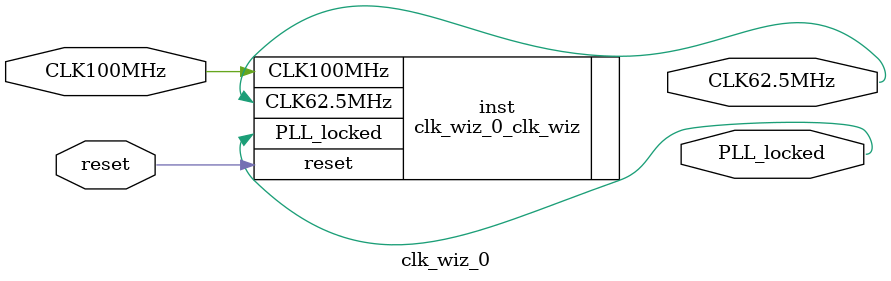
<source format=v>


`timescale 1ps/1ps

(* CORE_GENERATION_INFO = "clk_wiz_0,clk_wiz_v5_4_2_0,{component_name=clk_wiz_0,use_phase_alignment=true,use_min_o_jitter=true,use_max_i_jitter=false,use_dyn_phase_shift=false,use_inclk_switchover=false,use_dyn_reconfig=false,enable_axi=0,feedback_source=FDBK_AUTO,PRIMITIVE=PLL,num_out_clk=1,clkin1_period=10.000,clkin2_period=10.000,use_power_down=false,use_reset=true,use_locked=true,use_inclk_stopped=false,feedback_type=SINGLE,CLOCK_MGR_TYPE=NA,manual_override=false}" *)

module clk_wiz_0 
 (
  // Clock out ports
  output        CLK62.5MHz,
  // Status and control signals
  input         reset,
  output        PLL_locked,
 // Clock in ports
  input         CLK100MHz
 );

  clk_wiz_0_clk_wiz inst
  (
  // Clock out ports  
  .CLK62.5MHz(CLK62.5MHz),
  // Status and control signals               
  .reset(reset), 
  .PLL_locked(PLL_locked),
 // Clock in ports
  .CLK100MHz(CLK100MHz)
  );

endmodule

</source>
